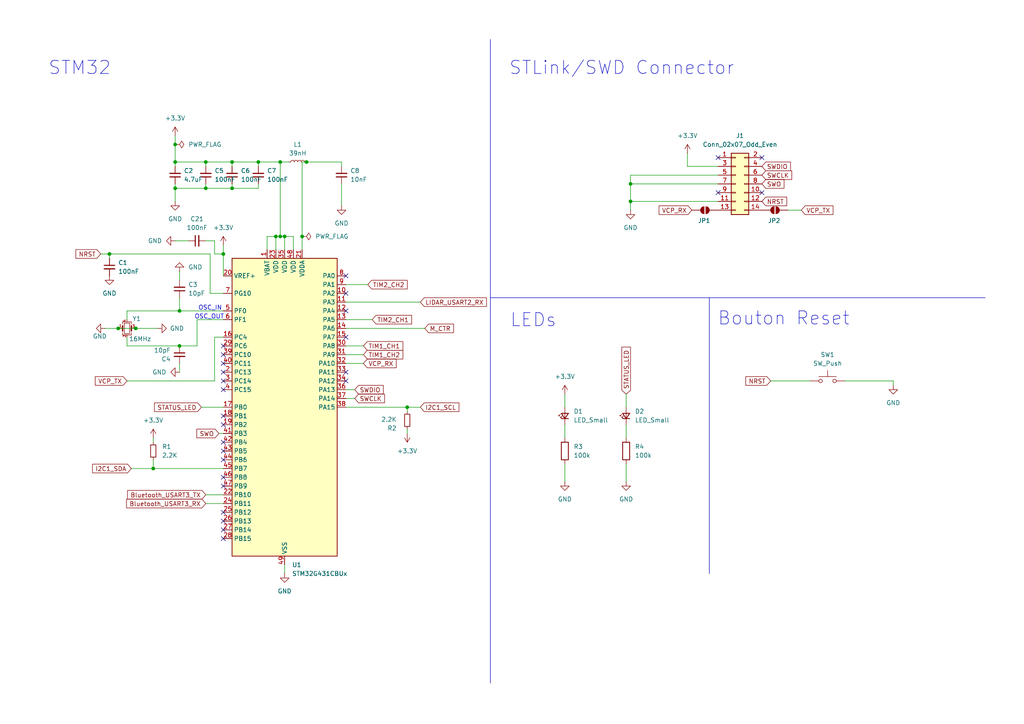
<source format=kicad_sch>
(kicad_sch (version 20250114) (generator "eeschema") (generator_version "9.0")
  (paper "A4")
  (lib_symbols
    (symbol "Connector_Generic:Conn_02x07_Odd_Even" (pin_names (offset 1.016) (hide yes))
      (property "Reference" "J" (at 1.27 10.16 0))
      (property "Value" "Conn_02x07_Odd_Even" (at 1.27 -10.16 0))
      (symbol "Conn_02x07_Odd_Even_1_1"
        (rectangle (start -1.27 8.89) (end 3.81 -8.89) (stroke (width 0.254)) (fill (type background)))
        (rectangle (start -1.27 7.747) (end 0 7.493) (stroke (width 0.1524)))
        (rectangle (start -1.27 5.207) (end 0 4.953) (stroke (width 0.1524)))
        (rectangle (start -1.27 2.667) (end 0 2.413) (stroke (width 0.1524)))
        (rectangle (start -1.27 0.127) (end 0 -0.127) (stroke (width 0.1524)))
        (rectangle (start -1.27 -2.413) (end 0 -2.667) (stroke (width 0.1524)))
        (rectangle (start -1.27 -4.953) (end 0 -5.207) (stroke (width 0.1524)))
        (rectangle (start -1.27 -7.493) (end 0 -7.747) (stroke (width 0.1524)))
        (rectangle (start 3.81 7.747) (end 2.54 7.493) (stroke (width 0.1524)))
        (rectangle (start 3.81 5.207) (end 2.54 4.953) (stroke (width 0.1524)))
        (rectangle (start 3.81 2.667) (end 2.54 2.413) (stroke (width 0.1524)))
        (rectangle (start 3.81 0.127) (end 2.54 -0.127) (stroke (width 0.1524)))
        (rectangle (start 3.81 -2.413) (end 2.54 -2.667) (stroke (width 0.1524)))
        (rectangle (start 3.81 -4.953) (end 2.54 -5.207) (stroke (width 0.1524)))
        (rectangle (start 3.81 -7.493) (end 2.54 -7.747) (stroke (width 0.1524)))
        (pin passive line (at -5.08 7.62 0) (length 3.81) (name "Pin_1") (number "1"))
        (pin passive line (at -5.08 5.08 0) (length 3.81) (name "Pin_3") (number "3"))
        (pin passive line (at -5.08 2.54 0) (length 3.81) (name "Pin_5") (number "5"))
        (pin passive line (at -5.08 0 0) (length 3.81) (name "Pin_7") (number "7"))
        (pin passive line (at -5.08 -2.54 0) (length 3.81) (name "Pin_9") (number "9"))
        (pin passive line (at -5.08 -5.08 0) (length 3.81) (name "Pin_11") (number "11"))
        (pin passive line (at -5.08 -7.62 0) (length 3.81) (name "Pin_13") (number "13"))
        (pin passive line (at 7.62 7.62 180) (length 3.81) (name "Pin_2") (number "2"))
        (pin passive line (at 7.62 5.08 180) (length 3.81) (name "Pin_4") (number "4"))
        (pin passive line (at 7.62 2.54 180) (length 3.81) (name "Pin_6") (number "6"))
        (pin passive line (at 7.62 0 180) (length 3.81) (name "Pin_8") (number "8"))
        (pin passive line (at 7.62 -2.54 180) (length 3.81) (name "Pin_10") (number "10"))
        (pin passive line (at 7.62 -5.08 180) (length 3.81) (name "Pin_12") (number "12"))
        (pin passive line (at 7.62 -7.62 180) (length 3.81) (name "Pin_14") (number "14"))
      )
    )
    (symbol "Device:C_Small" (pin_numbers (hide yes)) (pin_names (offset 0.254) (hide yes))
      (property "Reference" "C" (at 0.254 1.778 0))
      (property "Value" "C_Small" (at 0.254 -2.032 0))
      (symbol "C_Small_0_1"
        (polyline (pts (xy -1.524 0.508) (xy 1.524 0.508)) (stroke (width 0.3048)))
        (polyline (pts (xy -1.524 -0.508) (xy 1.524 -0.508)) (stroke (width 0.3302)))
      )
      (symbol "C_Small_1_1"
        (pin passive line (at 0 2.54 270) (length 2.032) (name "~") (number "1"))
        (pin passive line (at 0 -2.54 90) (length 2.032) (name "~") (number "2"))
      )
    )
    (symbol "Device:Crystal_GND24_Small" (pin_names (offset 1.016) (hide yes))
      (property "Reference" "Y" (at 1.27 4.445 0))
      (property "Value" "Crystal_GND24_Small" (at 1.27 2.54 0))
      (symbol "Crystal_GND24_Small_0_1"
        (polyline (pts (xy -1.27 1.27) (xy -1.27 1.905) (xy 1.27 1.905) (xy 1.27 1.27)))
        (polyline (pts (xy -1.27 -0.762) (xy -1.27 0.762)) (stroke (width 0.381)))
        (polyline (pts (xy -1.27 -1.27) (xy -1.27 -1.905) (xy 1.27 -1.905) (xy 1.27 -1.27)))
        (rectangle (start -0.762 -1.524) (end 0.762 1.524))
        (polyline (pts (xy 1.27 -0.762) (xy 1.27 0.762)) (stroke (width 0.381)))
      )
      (symbol "Crystal_GND24_Small_1_1"
        (pin passive line (at -2.54 0 0) (length 1.27) (name "1") (number "1"))
        (pin passive line (at 0 2.54 270) (length 0.635) (name "4") (number "4"))
        (pin passive line (at 0 -2.54 90) (length 0.635) (name "2") (number "2"))
        (pin passive line (at 2.54 0 180) (length 1.27) (name "3") (number "3"))
      )
    )
    (symbol "Device:LED_Small" (pin_numbers (hide yes)) (pin_names (offset 0.254) (hide yes))
      (property "Reference" "D" (at -1.27 3.175 0))
      (property "Value" "LED_Small" (at -4.445 -2.54 0))
      (symbol "LED_Small_0_1"
        (polyline (pts (xy -0.762 -1.016) (xy -0.762 1.016)) (stroke (width 0.254)))
        (polyline (pts (xy 0 0.762) (xy -0.508 1.27) (xy -0.254 1.27) (xy -0.508 1.27) (xy -0.508 1.016)))
        (polyline (pts (xy 0.508 1.27) (xy 0 1.778) (xy 0.254 1.778) (xy 0 1.778) (xy 0 1.524)))
        (polyline (pts (xy 0.762 -1.016) (xy -0.762 0) (xy 0.762 1.016) (xy 0.762 -1.016)) (stroke (width 0.254)))
        (polyline (pts (xy 1.016 0) (xy -0.762 0)))
      )
      (symbol "LED_Small_1_1"
        (pin passive line (at -2.54 0 0) (length 1.778) (name "K") (number "1"))
        (pin passive line (at 2.54 0 180) (length 1.778) (name "A") (number "2"))
      )
    )
    (symbol "Device:L_Small" (pin_numbers (hide yes)) (pin_names (offset 0.254) (hide yes))
      (property "Reference" "L" (at 0.762 1.016 0))
      (property "Value" "L_Small" (at 0.762 -1.016 0))
      (symbol "L_Small_0_1"
        (arc (start 0 2.032) (mid 0.5058 1.524) (end 0 1.016))
        (arc (start 0 1.016) (mid 0.5058 0.508) (end 0 0))
        (arc (start 0 0) (mid 0.5058 -0.508) (end 0 -1.016))
        (arc (start 0 -1.016) (mid 0.5058 -1.524) (end 0 -2.032))
      )
      (symbol "L_Small_1_1"
        (pin passive line (at 0 2.54 270) (length 0.508) (name "~") (number "1"))
        (pin passive line (at 0 -2.54 90) (length 0.508) (name "~") (number "2"))
      )
    )
    (symbol "Device:R" (pin_numbers (hide yes)) (pin_names (offset 0))
      (property "Reference" "R" (at 2.032 0 90))
      (property "Value" "R" (at 0 0 90))
      (symbol "R_0_1"
        (rectangle (start -1.016 -2.54) (end 1.016 2.54) (stroke (width 0.254)))
      )
      (symbol "R_1_1"
        (pin passive line (at 0 3.81 270) (length 1.27) (name "~") (number "1"))
        (pin passive line (at 0 -3.81 90) (length 1.27) (name "~") (number "2"))
      )
    )
    (symbol "Device:R_Small" (pin_numbers (hide yes)) (pin_names (offset 0.254) (hide yes))
      (property "Reference" "R" (at 0.762 0.508 0))
      (property "Value" "R_Small" (at 0.762 -1.016 0))
      (symbol "R_Small_0_1"
        (rectangle (start -0.762 1.778) (end 0.762 -1.778) (stroke (width 0.2032)))
      )
      (symbol "R_Small_1_1"
        (pin passive line (at 0 2.54 270) (length 0.762) (name "~") (number "1"))
        (pin passive line (at 0 -2.54 90) (length 0.762) (name "~") (number "2"))
      )
    )
    (symbol "Jumper:SolderJumper_2_Open" (pin_numbers (hide yes)) (pin_names (offset 0) (hide yes)) (in_bom no)
      (property "Reference" "JP" (at 0 2.032 0))
      (property "Value" "SolderJumper_2_Open" (at 0 -2.54 0))
      (symbol "SolderJumper_2_Open_0_1"
        (polyline (pts (xy -0.254 1.016) (xy -0.254 -1.016)))
        (arc (start -0.254 -1.016) (mid -1.2656 0) (end -0.254 1.016))
        (arc (start -0.254 -1.016) (mid -1.2656 0) (end -0.254 1.016) (fill (type outline)))
        (arc (start 0.254 1.016) (mid 1.2656 0) (end 0.254 -1.016))
        (arc (start 0.254 1.016) (mid 1.2656 0) (end 0.254 -1.016) (fill (type outline)))
        (polyline (pts (xy 0.254 1.016) (xy 0.254 -1.016)))
      )
      (symbol "SolderJumper_2_Open_1_1"
        (pin passive line (at -3.81 0 0) (length 2.54) (name "A") (number "1"))
        (pin passive line (at 3.81 0 180) (length 2.54) (name "B") (number "2"))
      )
    )
    (symbol "MCU_ST_STM32G4:STM32G431CBUx"
      (property "Reference" "U" (at -15.24 44.45 0))
      (property "Value" "STM32G431CBUx" (at 7.62 44.45 0))
      (symbol "STM32G431CBUx_0_1"
        (rectangle (start -15.24 -43.18) (end 15.24 43.18) (stroke (width 0.254)) (fill (type background)))
      )
      (symbol "STM32G431CBUx_1_1"
        (pin input line (at -17.78 38.1 0) (length 2.54) (name "VREF+") (number "20"))
        (pin bidirectional line (at -17.78 33.02 0) (length 2.54) (name "PG10") (number "7"))
        (pin bidirectional line (at -17.78 27.94 0) (length 2.54) (name "PF0") (number "5"))
        (pin bidirectional line (at -17.78 25.4 0) (length 2.54) (name "PF1") (number "6"))
        (pin bidirectional line (at -17.78 20.32 0) (length 2.54) (name "PC4") (number "16"))
        (pin bidirectional line (at -17.78 17.78 0) (length 2.54) (name "PC6") (number "29"))
        (pin bidirectional line (at -17.78 15.24 0) (length 2.54) (name "PC10") (number "39"))
        (pin bidirectional line (at -17.78 12.7 0) (length 2.54) (name "PC11") (number "40"))
        (pin bidirectional line (at -17.78 10.16 0) (length 2.54) (name "PC13") (number "2"))
        (pin bidirectional line (at -17.78 7.62 0) (length 2.54) (name "PC14") (number "3"))
        (pin bidirectional line (at -17.78 5.08 0) (length 2.54) (name "PC15") (number "4"))
        (pin bidirectional line (at -17.78 0 0) (length 2.54) (name "PB0") (number "17"))
        (pin bidirectional line (at -17.78 -2.54 0) (length 2.54) (name "PB1") (number "18"))
        (pin bidirectional line (at -17.78 -5.08 0) (length 2.54) (name "PB2") (number "19"))
        (pin bidirectional line (at -17.78 -7.62 0) (length 2.54) (name "PB3") (number "41"))
        (pin bidirectional line (at -17.78 -10.16 0) (length 2.54) (name "PB4") (number "42"))
        (pin bidirectional line (at -17.78 -12.7 0) (length 2.54) (name "PB5") (number "43"))
        (pin bidirectional line (at -17.78 -15.24 0) (length 2.54) (name "PB6") (number "44"))
        (pin bidirectional line (at -17.78 -17.78 0) (length 2.54) (name "PB7") (number "45"))
        (pin bidirectional line (at -17.78 -20.32 0) (length 2.54) (name "PB8") (number "46"))
        (pin bidirectional line (at -17.78 -22.86 0) (length 2.54) (name "PB9") (number "47"))
        (pin bidirectional line (at -17.78 -25.4 0) (length 2.54) (name "PB10") (number "22"))
        (pin bidirectional line (at -17.78 -27.94 0) (length 2.54) (name "PB11") (number "24"))
        (pin bidirectional line (at -17.78 -30.48 0) (length 2.54) (name "PB12") (number "25"))
        (pin bidirectional line (at -17.78 -33.02 0) (length 2.54) (name "PB13") (number "26"))
        (pin bidirectional line (at -17.78 -35.56 0) (length 2.54) (name "PB14") (number "27"))
        (pin bidirectional line (at -17.78 -38.1 0) (length 2.54) (name "PB15") (number "28"))
        (pin power_in line (at -5.08 45.72 270) (length 2.54) (name "VBAT") (number "1"))
        (pin power_in line (at -2.54 45.72 270) (length 2.54) (name "VDD") (number "23"))
        (pin power_in line (at 0 45.72 270) (length 2.54) (name "VDD") (number "35"))
        (pin power_in line (at 0 -45.72 90) (length 2.54) (name "VSS") (number "49"))
        (pin power_in line (at 2.54 45.72 270) (length 2.54) (name "VDD") (number "48"))
        (pin power_in line (at 5.08 45.72 270) (length 2.54) (name "VDDA") (number "21"))
        (pin bidirectional line (at 17.78 38.1 180) (length 2.54) (name "PA0") (number "8"))
        (pin bidirectional line (at 17.78 35.56 180) (length 2.54) (name "PA1") (number "9"))
        (pin bidirectional line (at 17.78 33.02 180) (length 2.54) (name "PA2") (number "10"))
        (pin bidirectional line (at 17.78 30.48 180) (length 2.54) (name "PA3") (number "11"))
        (pin bidirectional line (at 17.78 27.94 180) (length 2.54) (name "PA4") (number "12"))
        (pin bidirectional line (at 17.78 25.4 180) (length 2.54) (name "PA5") (number "13"))
        (pin bidirectional line (at 17.78 22.86 180) (length 2.54) (name "PA6") (number "14"))
        (pin bidirectional line (at 17.78 20.32 180) (length 2.54) (name "PA7") (number "15"))
        (pin bidirectional line (at 17.78 17.78 180) (length 2.54) (name "PA8") (number "30"))
        (pin bidirectional line (at 17.78 15.24 180) (length 2.54) (name "PA9") (number "31"))
        (pin bidirectional line (at 17.78 12.7 180) (length 2.54) (name "PA10") (number "32"))
        (pin bidirectional line (at 17.78 10.16 180) (length 2.54) (name "PA11") (number "33"))
        (pin bidirectional line (at 17.78 7.62 180) (length 2.54) (name "PA12") (number "34"))
        (pin bidirectional line (at 17.78 5.08 180) (length 2.54) (name "PA13") (number "36"))
        (pin bidirectional line (at 17.78 2.54 180) (length 2.54) (name "PA14") (number "37"))
        (pin bidirectional line (at 17.78 0 180) (length 2.54) (name "PA15") (number "38"))
      )
    )
    (symbol "Switch:SW_Push" (pin_numbers (hide yes)) (pin_names (offset 1.016) (hide yes))
      (property "Reference" "SW" (at 1.27 2.54 0))
      (property "Value" "SW_Push" (at 0 -1.524 0))
      (symbol "SW_Push_0_1"
        (circle (center -2.032 0) (radius 0.508))
        (polyline (pts (xy 0 1.27) (xy 0 3.048)))
        (circle (center 2.032 0) (radius 0.508))
        (polyline (pts (xy 2.54 1.27) (xy -2.54 1.27)))
        (pin passive line (at -5.08 0 0) (length 2.54) (name "1") (number "1"))
        (pin passive line (at 5.08 0 180) (length 2.54) (name "2") (number "2"))
      )
    )
    (symbol "power:+3.3V" (power) (pin_numbers (hide yes)) (pin_names (offset 0) (hide yes))
      (property "Value" "+3.3V" (at 0 3.556 0))
      (symbol "+3.3V_0_1"
        (polyline (pts (xy -0.762 1.27) (xy 0 2.54)))
        (polyline (pts (xy 0 2.54) (xy 0.762 1.27)))
        (polyline (pts (xy 0 0) (xy 0 2.54)))
      )
      (symbol "+3.3V_1_1"
        (pin power_in line (at 0 0 90) (length 0) (name "~") (number "1"))
      )
    )
    (symbol "power:GND" (power) (pin_numbers (hide yes)) (pin_names (offset 0) (hide yes))
      (property "Value" "GND" (at 0 -3.81 0))
      (symbol "GND_0_1"
        (polyline (pts (xy 0 0) (xy 0 -1.27) (xy 1.27 -1.27) (xy 0 -2.54) (xy -1.27 -1.27) (xy 0 -1.27)))
      )
      (symbol "GND_1_1"
        (pin power_in line (at 0 0 270) (length 0) (name "~") (number "1"))
      )
    )
    (symbol "power:PWR_FLAG" (power) (pin_numbers (hide yes)) (pin_names (offset 0) (hide yes))
      (property "Value" "PWR_FLAG" (at 0 3.81 0))
      (symbol "PWR_FLAG_0_0"
        (pin power_out line (at 0 0 90) (length 0) (name "~") (number "1"))
      )
      (symbol "PWR_FLAG_0_1"
        (polyline (pts (xy 0 0) (xy 0 1.27) (xy -1.016 1.905) (xy 0 2.54) (xy 1.016 1.905) (xy 0 1.27)))
      )
    )
  )
  (text "OSC_OUT" (at 60.706 91.948 0) (effects (font (size 1.27 1.27))))
  (text "STM32" (at 23.114 19.812 0) (effects (font (size 3.81 3.81))))
  (text "LEDs" (at 154.686 92.964 0) (effects (font (size 3.81 3.81))))
  (text "STLink/SWD Connector" (at 147.574 19.812 0) (effects (font (size 3.81 3.81)) (justify left)))
  (text "Bouton Reset" (at 227.33 92.456 0) (effects (font (size 3.81 3.81))))
  (text "OSC_IN" (at 60.96 89.408 0) (effects (font (size 1.27 1.27))))
  (junction (at 118.11 118.11))
  (junction (at 52.07 90.17))
  (junction (at 59.69 46.99))
  (junction (at 81.28 46.99))
  (junction (at 50.8 54.61))
  (junction (at 59.69 54.61))
  (junction (at 81.28 68.58))
  (junction (at 87.63 68.58))
  (junction (at 34.29 95.25))
  (junction (at 44.45 135.89))
  (junction (at 50.8 46.99))
  (junction (at 80.01 68.58))
  (junction (at 64.77 73.66))
  (junction (at 52.07 100.33))
  (junction (at 74.93 46.99))
  (junction (at 39.37 95.25))
  (junction (at 88.9 46.99))
  (junction (at 82.55 68.58))
  (junction (at 31.75 73.66))
  (junction (at 50.8 41.91))
  (junction (at 182.88 58.42))
  (junction (at 67.31 54.61))
  (junction (at 67.31 46.99))
  (junction (at 182.88 53.34))
  (no_connect (at 64.77 120.65))
  (no_connect (at 64.77 110.49))
  (no_connect (at 64.77 156.21))
  (no_connect (at 64.77 133.35))
  (no_connect (at 64.77 153.67))
  (no_connect (at 64.77 100.33))
  (no_connect (at 64.77 138.43))
  (no_connect (at 64.77 130.81))
  (no_connect (at 64.77 107.95))
  (no_connect (at 64.77 140.97))
  (no_connect (at 100.33 97.79))
  (no_connect (at 100.33 80.01))
  (no_connect (at 64.77 102.87))
  (no_connect (at 64.77 151.13))
  (no_connect (at 100.33 110.49))
  (no_connect (at 64.77 128.27))
  (no_connect (at 100.33 107.95))
  (no_connect (at 208.28 45.72))
  (no_connect (at 64.77 113.03))
  (no_connect (at 64.77 148.59))
  (no_connect (at 100.33 85.09))
  (no_connect (at 220.98 45.72))
  (no_connect (at 64.77 123.19))
  (no_connect (at 220.98 55.88))
  (no_connect (at 208.28 55.88))
  (no_connect (at 64.77 105.41))
  (no_connect (at 100.33 90.17))
  (wire (pts (xy 87.63 68.58) (xy 87.63 46.99)))
  (wire (pts (xy 34.29 95.25) (xy 39.37 95.25)))
  (wire (pts (xy 118.11 125.73) (xy 118.11 124.46)))
  (wire (pts (xy 59.69 53.34) (xy 59.69 54.61)))
  (wire (pts (xy 87.63 46.99) (xy 88.9 46.99)))
  (wire (pts (xy 74.93 46.99) (xy 81.28 46.99)))
  (wire (pts (xy 85.09 72.39) (xy 85.09 68.58)))
  (wire (pts (xy 100.33 113.03) (xy 102.87 113.03)))
  (wire (pts (xy 99.06 53.34) (xy 99.06 59.69)))
  (wire (pts (xy 228.6 60.96) (xy 232.41 60.96)))
  (wire (pts (xy 36.83 100.33) (xy 52.07 100.33)))
  (wire (pts (xy 199.39 44.45) (xy 199.39 48.26)))
  (wire (pts (xy 118.11 118.11) (xy 121.92 118.11)))
  (wire (pts (xy 58.42 118.11) (xy 64.77 118.11)))
  (wire (pts (xy 181.61 114.3) (xy 181.61 118.11)))
  (wire (pts (xy 82.55 68.58) (xy 82.55 72.39)))
  (wire (pts (xy 57.15 100.33) (xy 57.15 92.71)))
  (wire (pts (xy 64.77 97.79) (xy 62.23 97.79)))
  (wire (pts (xy 81.28 68.58) (xy 80.01 68.58)))
  (wire (pts (xy 259.08 110.49) (xy 259.08 111.76)))
  (wire (pts (xy 81.28 46.99) (xy 81.28 68.58)))
  (wire (pts (xy 38.1 135.89) (xy 44.45 135.89)))
  (wire (pts (xy 181.61 123.19) (xy 181.61 127)))
  (wire (pts (xy 82.55 68.58) (xy 81.28 68.58)))
  (wire (pts (xy 62.23 73.66) (xy 64.77 73.66)))
  (wire (pts (xy 182.88 53.34) (xy 182.88 50.8)))
  (wire (pts (xy 67.31 46.99) (xy 74.93 46.99)))
  (wire (pts (xy 77.47 72.39) (xy 77.47 68.58)))
  (wire (pts (xy 50.8 46.99) (xy 59.69 46.99)))
  (wire (pts (xy 163.83 134.62) (xy 163.83 139.7)))
  (wire (pts (xy 62.23 69.85) (xy 62.23 73.66)))
  (wire (pts (xy 52.07 100.33) (xy 57.15 100.33)))
  (wire (pts (xy 67.31 53.34) (xy 67.31 54.61)))
  (wire (pts (xy 100.33 118.11) (xy 118.11 118.11)))
  (wire (pts (xy 64.77 71.12) (xy 64.77 73.66)))
  (wire (pts (xy 181.61 134.62) (xy 181.61 139.7)))
  (wire (pts (xy 100.33 92.71) (xy 107.95 92.71)))
  (wire (pts (xy 199.39 48.26) (xy 208.28 48.26)))
  (wire (pts (xy 59.69 48.26) (xy 59.69 46.99)))
  (wire (pts (xy 50.8 69.85) (xy 54.61 69.85)))
  (wire (pts (xy 118.11 119.38) (xy 118.11 118.11)))
  (polyline (pts (xy 142.24 11.43) (xy 142.24 198.12)))
  (wire (pts (xy 59.69 69.85) (xy 62.23 69.85)))
  (wire (pts (xy 63.5 125.73) (xy 64.77 125.73)))
  (wire (pts (xy 80.01 68.58) (xy 80.01 72.39)))
  (wire (pts (xy 100.33 115.57) (xy 102.87 115.57)))
  (wire (pts (xy 87.63 72.39) (xy 87.63 68.58)))
  (wire (pts (xy 44.45 127) (xy 44.45 128.27)))
  (wire (pts (xy 64.77 85.09) (xy 60.96 85.09)))
  (polyline (pts (xy 205.74 86.36) (xy 205.74 166.37)))
  (wire (pts (xy 100.33 102.87) (xy 105.41 102.87)))
  (wire (pts (xy 88.9 46.99) (xy 99.06 46.99)))
  (wire (pts (xy 182.88 58.42) (xy 208.28 58.42)))
  (wire (pts (xy 182.88 58.42) (xy 182.88 53.34)))
  (wire (pts (xy 39.37 95.25) (xy 45.72 95.25)))
  (wire (pts (xy 74.93 54.61) (xy 67.31 54.61)))
  (wire (pts (xy 62.23 97.79) (xy 62.23 110.49)))
  (wire (pts (xy 36.83 90.17) (xy 52.07 90.17)))
  (wire (pts (xy 52.07 90.17) (xy 64.77 90.17)))
  (wire (pts (xy 182.88 60.96) (xy 182.88 58.42)))
  (wire (pts (xy 74.93 53.34) (xy 74.93 54.61)))
  (wire (pts (xy 82.55 163.83) (xy 82.55 166.37)))
  (wire (pts (xy 182.88 53.34) (xy 208.28 53.34)))
  (wire (pts (xy 67.31 54.61) (xy 59.69 54.61)))
  (wire (pts (xy 50.8 48.26) (xy 50.8 46.99)))
  (wire (pts (xy 44.45 133.35) (xy 44.45 135.89)))
  (wire (pts (xy 31.75 73.66) (xy 31.75 74.93)))
  (wire (pts (xy 100.33 105.41) (xy 105.41 105.41)))
  (wire (pts (xy 36.83 97.79) (xy 36.83 100.33)))
  (wire (pts (xy 50.8 54.61) (xy 50.8 58.42)))
  (wire (pts (xy 59.69 143.51) (xy 64.77 143.51)))
  (wire (pts (xy 50.8 41.91) (xy 50.8 46.99)))
  (wire (pts (xy 85.09 68.58) (xy 82.55 68.58)))
  (wire (pts (xy 163.83 123.19) (xy 163.83 127)))
  (wire (pts (xy 52.07 86.36) (xy 52.07 90.17)))
  (wire (pts (xy 36.83 110.49) (xy 62.23 110.49)))
  (wire (pts (xy 50.8 53.34) (xy 50.8 54.61)))
  (wire (pts (xy 67.31 48.26) (xy 67.31 46.99)))
  (wire (pts (xy 57.15 92.71) (xy 64.77 92.71)))
  (wire (pts (xy 52.07 107.95) (xy 52.07 105.41)))
  (wire (pts (xy 83.82 46.99) (xy 81.28 46.99)))
  (wire (pts (xy 74.93 46.99) (xy 74.93 48.26)))
  (wire (pts (xy 44.45 135.89) (xy 64.77 135.89)))
  (wire (pts (xy 100.33 100.33) (xy 105.41 100.33)))
  (wire (pts (xy 50.8 39.37) (xy 50.8 41.91)))
  (wire (pts (xy 59.69 146.05) (xy 64.77 146.05)))
  (wire (pts (xy 29.21 73.66) (xy 31.75 73.66)))
  (wire (pts (xy 182.88 50.8) (xy 208.28 50.8)))
  (wire (pts (xy 52.07 78.74) (xy 52.07 81.28)))
  (wire (pts (xy 60.96 85.09) (xy 60.96 73.66)))
  (wire (pts (xy 50.8 54.61) (xy 59.69 54.61)))
  (wire (pts (xy 163.83 114.3) (xy 163.83 118.11)))
  (wire (pts (xy 59.69 46.99) (xy 67.31 46.99)))
  (wire (pts (xy 64.77 73.66) (xy 64.77 80.01)))
  (wire (pts (xy 223.52 110.49) (xy 234.95 110.49)))
  (wire (pts (xy 100.33 87.63) (xy 121.92 87.63)))
  (wire (pts (xy 36.83 90.17) (xy 36.83 92.71)))
  (wire (pts (xy 245.11 110.49) (xy 259.08 110.49)))
  (wire (pts (xy 77.47 68.58) (xy 80.01 68.58)))
  (wire (pts (xy 31.75 73.66) (xy 60.96 73.66)))
  (wire (pts (xy 100.33 95.25) (xy 123.19 95.25)))
  (wire (pts (xy 30.48 95.25) (xy 34.29 95.25)))
  (polyline (pts (xy 142.24 86.36) (xy 285.75 86.36)))
  (wire (pts (xy 100.33 82.55) (xy 106.68 82.55)))
  (wire (pts (xy 99.06 46.99) (xy 99.06 48.26)))
  (global_label "SWO" (shape input) (at 220.98 53.34 0) (property "Intersheetrefs" "${INTERSHEET_REFS}" (effects (hide yes))))
  (global_label "STATUS_LED" (shape input) (at 58.42 118.11 180) (property "Intersheetrefs" "${INTERSHEET_REFS}" (effects (hide yes))))
  (global_label "SWDIO" (shape input) (at 102.87 113.03 0) (property "Intersheetrefs" "${INTERSHEET_REFS}" (effects (hide yes))))
  (global_label "VCP_TX" (shape input) (at 36.83 110.49 180) (property "Intersheetrefs" "${INTERSHEET_REFS}" (effects (hide yes))))
  (global_label "VCP_RX" (shape input) (at 200.66 60.96 180) (property "Intersheetrefs" "${INTERSHEET_REFS}" (effects (hide yes))))
  (global_label "STATUS_LED" (shape input) (at 181.61 114.3 90) (property "Intersheetrefs" "${INTERSHEET_REFS}" (effects (hide yes))))
  (global_label "I2C1_SDA" (shape input) (at 38.1 135.89 180) (property "Intersheetrefs" "${INTERSHEET_REFS}" (effects (hide yes))))
  (global_label "Bluetooth_USART3_RX" (shape input) (at 59.69 146.05 180) (property "Intersheetrefs" "${INTERSHEET_REFS}" (effects (hide yes))))
  (global_label "NRST" (shape input) (at 29.21 73.66 180) (property "Intersheetrefs" "${INTERSHEET_REFS}" (effects (hide yes))))
  (global_label "SWCLK" (shape input) (at 102.87 115.57 0) (property "Intersheetrefs" "${INTERSHEET_REFS}" (effects (hide yes))))
  (global_label "TIM2_CH1" (shape input) (at 107.95 92.71 0) (property "Intersheetrefs" "${INTERSHEET_REFS}" (effects (hide yes))))
  (global_label "LIDAR_USART2_RX" (shape input) (at 121.92 87.63 0) (property "Intersheetrefs" "${INTERSHEET_REFS}" (effects (hide yes))))
  (global_label "SWO" (shape input) (at 63.5 125.73 180) (property "Intersheetrefs" "${INTERSHEET_REFS}" (effects (hide yes))))
  (global_label "NRST" (shape input) (at 223.52 110.49 180) (property "Intersheetrefs" "${INTERSHEET_REFS}" (effects (hide yes))))
  (global_label "VCP_RX" (shape input) (at 105.41 105.41 0) (property "Intersheetrefs" "${INTERSHEET_REFS}" (effects (hide yes))))
  (global_label "NRST" (shape input) (at 220.98 58.42 0) (property "Intersheetrefs" "${INTERSHEET_REFS}" (effects (hide yes))))
  (global_label "SWCLK" (shape input) (at 220.98 50.8 0) (property "Intersheetrefs" "${INTERSHEET_REFS}" (effects (hide yes))))
  (global_label "TIM2_CH2" (shape input) (at 106.68 82.55 0) (property "Intersheetrefs" "${INTERSHEET_REFS}" (effects (hide yes))))
  (global_label "M_CTR" (shape input) (at 123.19 95.25 0) (property "Intersheetrefs" "${INTERSHEET_REFS}" (effects (hide yes))))
  (global_label "Bluetooth_USART3_TX" (shape input) (at 59.69 143.51 180) (property "Intersheetrefs" "${INTERSHEET_REFS}" (effects (hide yes))))
  (global_label "TIM1_CH1" (shape input) (at 105.41 100.33 0) (property "Intersheetrefs" "${INTERSHEET_REFS}" (effects (hide yes))))
  (global_label "SWDIO" (shape input) (at 220.98 48.26 0) (property "Intersheetrefs" "${INTERSHEET_REFS}" (effects (hide yes))))
  (global_label "TIM1_CH2" (shape input) (at 105.41 102.87 0) (property "Intersheetrefs" "${INTERSHEET_REFS}" (effects (hide yes))))
  (global_label "I2C1_SCL" (shape input) (at 121.92 118.11 0) (property "Intersheetrefs" "${INTERSHEET_REFS}" (effects (hide yes))))
  (global_label "VCP_TX" (shape input) (at 232.41 60.96 0) (property "Intersheetrefs" "${INTERSHEET_REFS}" (effects (hide yes))))
  (symbol (lib_id "Device:C_Small") (at 52.07 83.82 180) (unit 1)
    (property "Reference" "C3" (at 54.61 82.5435 0) (effects (justify right)))
    (property "Value" "10pF" (at 54.61 85.0835 0) (effects (justify right)))
    (property "Footprint" "Capacitor_SMD:C_0603_1608Metric" (effects (hide yes)))
    (property "Description" "Unpolarized capacitor, small symbol" (effects (hide yes)))
    (instances (project "" (path "" (reference "C3") (unit 1))) (project "microcontroleur_robot" (path "" (reference "C2") (unit 1))) (project "" (path "" (reference "C8") (unit 1))))
  )
  (symbol (lib_id "Switch:SW_Push") (at 240.03 110.49 0) (unit 1)
    (property "Reference" "SW1" (at 240.03 102.87 0))
    (property "Value" "SW_Push" (at 240.03 105.41 0))
    (property "Description" "Push button switch, generic, two pins" (effects (hide yes)))
  )
  (symbol (lib_id "power:GND") (at 30.48 95.25 270) (unit 1)
    (property "Reference" "#PWR0107" (effects (hide yes)))
    (property "Value" "GND" (at 30.988 97.536 90) (effects (justify right)))
    (property "Description" "Power symbol creates a global label with name \"GND\" , ground" (effects (hide yes)))
    (instances (project "Projet_Robot" (path "" (reference "#PWR0107") (unit 1))) (project "microcontroleur_robot" (path "" (reference "#PWR02") (unit 1))) (project "" (path "" (reference "#PWR0117") (unit 1))))
  )
  (symbol (lib_id "power:+3.3V") (at 199.39 44.45 0) (unit 1)
    (property "Reference" "#PWR0117" (effects (hide yes)))
    (property "Value" "+3.3V" (at 199.39 39.37 0))
    (property "Description" "Power symbol creates a global label with name \"+3.3V\"" (effects (hide yes)))
    (instances (project "Projet_Robot" (path "" (reference "#PWR0117") (unit 1))) (project "microcontroleur_robot" (path "" (reference "#PWR012") (unit 1))) (project "" (path "" (reference "#PWR0109") (unit 1))))
  )
  (symbol (lib_id "power:GND") (at 31.75 80.01 0) (unit 1)
    (property "Reference" "#PWR0111" (effects (hide yes)))
    (property "Value" "GND" (at 31.75 85.09 0))
    (property "Description" "Power symbol creates a global label with name \"GND\" , ground" (effects (hide yes)))
    (instances (project "Projet_Robot" (path "" (reference "#PWR0111") (unit 1))) (project "microcontroleur_robot" (path "" (reference "#PWR09") (unit 1))) (project "" (path "" (reference "#PWR0116") (unit 1))))
  )
  (symbol (lib_id "power:GND") (at 45.72 95.25 90) (unit 1)
    (property "Reference" "#PWR0112" (effects (hide yes)))
    (property "Value" "GND" (at 49.276 95.25 90) (effects (justify right)))
    (property "Description" "Power symbol creates a global label with name \"GND\" , ground" (effects (hide yes)))
    (instances (project "Projet_Robot" (path "" (reference "#PWR0112") (unit 1))) (project "microcontroleur_robot" (path "" (reference "#PWR03") (unit 1))) (project "" (path "" (reference "#PWR0113") (unit 1))))
  )
  (symbol (lib_id "power:PWR_FLAG") (at 87.63 68.58 270) (unit 1)
    (property "Reference" "#FLG04" (effects (hide yes)))
    (property "Value" "PWR_FLAG" (at 91.44 68.5799 90) (effects (justify left)))
    (property "Description" "Special symbol for telling ERC where power comes from" (effects (hide yes)))
  )
  (symbol (lib_id "power:GND") (at 50.8 69.85 270) (unit 1)
    (property "Reference" "#PWR0145" (effects (hide yes)))
    (property "Value" "GND" (at 46.99 69.8499 90) (effects (justify right)))
    (property "Description" "Power symbol creates a global label with name \"GND\" , ground" (effects (hide yes)))
  )
  (symbol (lib_id "Jumper:SolderJumper_2_Open") (at 224.79 60.96 0) (unit 1) (in_bom no)
    (property "Reference" "JP2" (at 224.536 64.008 0))
    (property "Value" "SolderJumper_2_Open" (effects (hide yes)))
    (property "Footprint" "Jumper:SolderJumper-2_P1.3mm_Open_TrianglePad1.0x1.5mm" (effects (hide yes)))
    (property "Description" "Solder Jumper, 2-pole, open" (effects (hide yes)))
    (instances (project "" (path "" (reference "JP2") (unit 1))) (project "microcontroleur_robot" (path "" (reference "JP1") (unit 1))) (project "" (path "" (reference "JP2") (unit 1))))
  )
  (symbol (lib_id "power:PWR_FLAG") (at 50.8 41.91 270) (unit 1)
    (property "Reference" "#FLG01" (effects (hide yes)))
    (property "Value" "PWR_FLAG" (at 54.61 41.9099 90) (effects (justify left)))
    (property "Description" "Special symbol for telling ERC where power comes from" (effects (hide yes)))
  )
  (symbol (lib_id "Device:C_Small") (at 52.07 102.87 0) (unit 1)
    (property "Reference" "C4" (at 49.53 104.1465 0) (effects (justify right)))
    (property "Value" "10pF" (at 49.53 101.6065 0) (effects (justify right)))
    (property "Footprint" "Capacitor_SMD:C_0603_1608Metric" (effects (hide yes)))
    (property "Description" "Unpolarized capacitor, small symbol" (effects (hide yes)))
    (instances (project "" (path "" (reference "C4") (unit 1))) (project "microcontroleur_robot" (path "" (reference "C3") (unit 1))) (project "" (path "" (reference "C9") (unit 1))))
  )
  (symbol (lib_id "power:+3.3V") (at 118.11 125.73 180) (unit 1)
    (property "Reference" "#PWR0109" (effects (hide yes)))
    (property "Value" "+3.3V" (at 118.11 130.81 0))
    (property "Description" "Power symbol creates a global label with name \"+3.3V\"" (effects (hide yes)))
    (instances (project "Projet_Robot" (path "" (reference "#PWR0109") (unit 1))) (project "microcontroleur_robot" (path "" (reference "#PWR014") (unit 1))) (project "" (path "" (reference "#PWR0104") (unit 1))))
  )
  (symbol (lib_id "Jumper:SolderJumper_2_Open") (at 204.47 60.96 0) (unit 1) (in_bom no)
    (property "Reference" "JP1" (at 204.216 64.008 0))
    (property "Value" "SolderJumper_2_Open" (effects (hide yes)))
    (property "Footprint" "Jumper:SolderJumper-2_P1.3mm_Open_TrianglePad1.0x1.5mm" (effects (hide yes)))
    (property "Description" "Solder Jumper, 2-pole, open" (effects (hide yes)))
    (instances (project "" (path "" (reference "JP1") (unit 1))) (project "microcontroleur_robot" (path "" (reference "JP2") (unit 1))) (project "" (path "" (reference "JP1") (unit 1))))
  )
  (symbol (lib_id "power:GND") (at 50.8 58.42 0) (unit 1)
    (property "Reference" "#PWR0102" (effects (hide yes)))
    (property "Value" "GND" (at 50.8 63.5 0))
    (property "Description" "Power symbol creates a global label with name \"GND\" , ground" (effects (hide yes)))
    (instances (project "Projet_Robot" (path "" (reference "#PWR0102") (unit 1))) (project "microcontroleur_robot" (path "" (reference "#PWR06") (unit 1))) (project "" (path "" (reference "#PWR0102") (unit 1))))
  )
  (symbol (lib_id "power:GND") (at 182.88 60.96 0) (unit 1)
    (property "Reference" "#PWR0116" (effects (hide yes)))
    (property "Value" "GND" (at 182.88 66.04 0))
    (property "Description" "Power symbol creates a global label with name \"GND\" , ground" (effects (hide yes)))
    (instances (project "Projet_Robot" (path "" (reference "#PWR0116") (unit 1))) (project "microcontroleur_robot" (path "" (reference "#PWR016") (unit 1))) (project "" (path "" (reference "#PWR0110") (unit 1))))
  )
  (symbol (lib_id "Device:C_Small") (at 31.75 77.47 0) (unit 1)
    (property "Reference" "C1" (at 34.29 76.2062 0) (effects (justify left)))
    (property "Value" "100nF" (at 34.29 78.7462 0) (effects (justify left)))
    (property "Footprint" "Capacitor_SMD:C_0603_1608Metric" (effects (hide yes)))
    (property "Description" "Unpolarized capacitor, small symbol" (effects (hide yes)))
    (instances (project "" (path "" (reference "C1") (unit 1))) (project "microcontroleur_robot" (path "" (reference "C9") (unit 1))) (project "" (path "" (reference "C6") (unit 1))))
  )
  (symbol (lib_id "Device:C_Small") (at 99.06 50.8 180) (unit 1)
    (property "Reference" "C8" (at 101.6 49.5235 0) (effects (justify right)))
    (property "Value" "10nF" (at 101.6 52.0635 0) (effects (justify right)))
    (property "Footprint" "Capacitor_SMD:C_0603_1608Metric" (effects (hide yes)))
    (property "Description" "Unpolarized capacitor, small symbol" (effects (hide yes)))
    (instances (project "" (path "" (reference "C8") (unit 1))) (project "microcontroleur_robot" (path "" (reference "C8") (unit 1))) (project "" (path "" (reference "C13") (unit 1))))
  )
  (symbol (lib_id "Device:C_Small") (at 67.31 50.8 180) (unit 1)
    (property "Reference" "C6" (at 69.85 49.5235 0) (effects (justify right)))
    (property "Value" "100nF" (at 69.85 52.0635 0) (effects (justify right)))
    (property "Footprint" "Capacitor_SMD:C_0603_1608Metric" (effects (hide yes)))
    (property "Description" "Unpolarized capacitor, small symbol" (effects (hide yes)))
    (instances (project "" (path "" (reference "C6") (unit 1))) (project "microcontroleur_robot" (path "" (reference "C6") (unit 1))) (project "" (path "" (reference "C11") (unit 1))))
  )
  (symbol (lib_id "power:GND") (at 259.08 111.76 0) (unit 1)
    (property "Reference" "#PWR0114" (effects (hide yes)))
    (property "Value" "GND" (at 259.08 116.84 0))
    (property "Description" "Power symbol creates a global label with name \"GND\" , ground" (effects (hide yes)))
    (instances (project "Projet_Robot" (path "" (reference "#PWR0114") (unit 1))) (project "microcontroleur_robot" (path "" (reference "#PWR023") (unit 1))) (project "" (path "" (reference "#PWR0111") (unit 1))))
  )
  (symbol (lib_id "power:GND") (at 181.61 139.7 0) (unit 1)
    (property "Reference" "#PWR0103" (effects (hide yes)))
    (property "Value" "GND" (at 181.61 144.78 0))
    (property "Description" "Power symbol creates a global label with name \"GND\" , ground" (effects (hide yes)))
    (instances (project "Projet_Robot" (path "" (reference "#PWR0103") (unit 1))) (project "microcontroleur_robot" (path "" (reference "#PWR021") (unit 1))) (project "" (path "" (reference "#PWR0108") (unit 1))))
  )
  (symbol (lib_id "power:GND") (at 52.07 107.95 270) (unit 1)
    (property "Reference" "#PWR0106" (effects (hide yes)))
    (property "Value" "GND" (at 48.26 107.9499 90) (effects (justify right)))
    (property "Description" "Power symbol creates a global label with name \"GND\" , ground" (effects (hide yes)))
    (instances (project "Projet_Robot" (path "" (reference "#PWR0106") (unit 1))) (project "microcontroleur_robot" (path "" (reference "#PWR08") (unit 1))) (project "" (path "" (reference "#PWR0114") (unit 1))))
  )
  (symbol (lib_id "power:+3.3V") (at 163.83 114.3 0) (unit 1)
    (property "Reference" "#PWR0115" (effects (hide yes)))
    (property "Value" "+3.3V" (at 163.83 109.22 0))
    (property "Description" "Power symbol creates a global label with name \"+3.3V\"" (effects (hide yes)))
    (instances (project "Projet_Robot" (path "" (reference "#PWR0115") (unit 1))) (project "microcontroleur_robot" (path "" (reference "#PWR022") (unit 1))) (project "" (path "" (reference "#PWR0112") (unit 1))))
  )
  (symbol (lib_id "MCU_ST_STM32G4:STM32G431CBUx") (at 82.55 118.11 0) (unit 1)
    (property "Reference" "U1" (at 84.6933 163.83 0) (effects (justify left)))
    (property "Value" "STM32G431CBUx" (at 84.6933 166.37 0) (effects (justify left)))
    (property "Footprint" "Package_DFN_QFN:QFN-48-1EP_7x7mm_P0.5mm_EP5.6x5.6mm" (effects (hide yes)))
    (property "Datasheet" "https://www.st.com/resource/en/datasheet/stm32g431cb.pdf" (effects (hide yes)))
    (property "Description" "STMicroelectronics Arm Cortex-M4 MCU, 128KB flash, 32KB RAM, 170 MHz, 1.71-3.6V, 42 GPIO, UFQFPN48" (effects (hide yes)))
  )
  (symbol (lib_id "Device:R_Small") (at 118.11 121.92 180) (unit 1)
    (property "Reference" "R2" (at 115.062 124.206 0) (effects (justify left)))
    (property "Value" "2.2K" (at 115.062 121.666 0) (effects (justify left)))
    (property "Footprint" "Resistor_SMD:R_0603_1608Metric" (effects (hide yes)))
    (property "Description" "Resistor, small symbol" (effects (hide yes)))
    (instances (project "" (path "" (reference "R2") (unit 1))) (project "microcontroleur_robot" (path "" (reference "R6") (unit 1))) (project "" (path "" (reference "R5") (unit 1))))
  )
  (symbol (lib_id "Connector_Generic:Conn_02x07_Odd_Even") (at 213.36 53.34 0) (unit 1)
    (property "Reference" "J1" (at 214.63 39.37 0))
    (property "Value" "Conn_02x07_Odd_Even" (at 214.63 41.91 0))
    (property "Footprint" "Connector_PinHeader_1.27mm:PinHeader_2x07_P1.27mm_Vertical_SMD" (effects (hide yes)))
    (property "Description" "Generic connector, double row, 02x07, odd/even pin numbering scheme (row 1 odd numbers, row 2 even numbers), script generated (kicad-library-utils/schlib/autogen/connector/)" (effects (hide yes)))
    (instances (project "" (path "" (reference "J1") (unit 1))) (project "microcontroleur_robot" (path "" (reference "J2") (unit 1))) (project "" (path "" (reference "J7") (unit 1))))
  )
  (symbol (lib_id "power:+3.3V") (at 44.45 127 0) (unit 1)
    (property "Reference" "#PWR0108" (effects (hide yes)))
    (property "Value" "+3.3V" (at 44.45 121.92 0))
    (property "Description" "Power symbol creates a global label with name \"+3.3V\"" (effects (hide yes)))
    (instances (project "Projet_Robot" (path "" (reference "#PWR0108") (unit 1))) (project "microcontroleur_robot" (path "" (reference "#PWR010") (unit 1))) (project "" (path "" (reference "#PWR0118") (unit 1))))
  )
  (symbol (lib_id "Device:R") (at 163.83 130.81 180) (unit 1)
    (property "Reference" "R3" (at 166.37 129.5399 0) (effects (justify right)))
    (property "Value" "100k" (at 166.37 132.0799 0) (effects (justify right)))
    (property "Footprint" "Resistor_SMD:R_0603_1608Metric" (effects (hide yes)))
    (property "Description" "Resistor" (effects (hide yes)))
    (instances (project "" (path "" (reference "R3") (unit 1))) (project "microcontroleur_robot" (path "" (reference "R4") (unit 1))) (project "" (path "" (reference "R7") (unit 1))))
  )
  (symbol (lib_id "power:+3.3V") (at 64.77 71.12 0) (unit 1)
    (property "Reference" "#PWR0144" (effects (hide yes)))
    (property "Value" "+3.3V" (at 64.77 66.04 0))
    (property "Description" "Power symbol creates a global label with name \"+3.3V\"" (effects (hide yes)))
  )
  (symbol (lib_id "power:GND") (at 52.07 78.74 180) (unit 1)
    (property "Reference" "#PWR0113" (effects (hide yes)))
    (property "Value" "GND" (at 54.61 77.4699 0) (effects (justify right)))
    (property "Description" "Power symbol creates a global label with name \"GND\" , ground" (effects (hide yes)))
    (instances (project "Projet_Robot" (path "" (reference "#PWR0113") (unit 1))) (project "" (path "" (reference "#PWR01") (unit 1))) (project "" (path "" (reference "#PWR0115") (unit 1))))
  )
  (symbol (lib_id "Device:C_Small") (at 74.93 50.8 180) (unit 1)
    (property "Reference" "C7" (at 77.47 49.5235 0) (effects (justify right)))
    (property "Value" "100nF" (at 77.47 52.0635 0) (effects (justify right)))
    (property "Footprint" "Capacitor_SMD:C_0603_1608Metric" (effects (hide yes)))
    (property "Description" "Unpolarized capacitor, small symbol" (effects (hide yes)))
    (instances (project "" (path "" (reference "C7") (unit 1))) (project "microcontroleur_robot" (path "" (reference "C10") (unit 1))) (project "" (path "" (reference "C12") (unit 1))))
  )
  (symbol (lib_id "power:GND") (at 99.06 59.69 0) (unit 1)
    (property "Reference" "#PWR0110" (effects (hide yes)))
    (property "Value" "GND" (at 99.06 64.77 0))
    (property "Description" "Power symbol creates a global label with name \"GND\" , ground" (effects (hide yes)))
    (instances (project "Projet_Robot" (path "" (reference "#PWR0110") (unit 1))) (project "microcontroleur_robot" (path "" (reference "#PWR05") (unit 1))) (project "" (path "" (reference "#PWR0103") (unit 1))))
  )
  (symbol (lib_id "Device:C_Small") (at 50.8 50.8 180) (unit 1)
    (property "Reference" "C2" (at 53.34 49.5235 0) (effects (justify right)))
    (property "Value" "4.7uF" (at 53.34 52.0635 0) (effects (justify right)))
    (property "Footprint" "Capacitor_SMD:C_0603_1608Metric" (effects (hide yes)))
    (property "Description" "Unpolarized capacitor, small symbol" (effects (hide yes)))
    (instances (project "" (path "" (reference "C2") (unit 1))) (project "microcontroleur_robot" (path "" (reference "C4") (unit 1))) (project "" (path "" (reference "C7") (unit 1))))
  )
  (symbol (lib_id "Device:LED_Small") (at 181.61 120.65 90) (unit 1)
    (property "Reference" "D2" (at 184.15 119.3164 90) (effects (justify right)))
    (property "Value" "LED_Small" (at 184.15 121.8564 90) (effects (justify right)))
    (property "Footprint" "LED_SMD:LED_0201_0603Metric" (effects (hide yes)))
    (property "Description" "Light emitting diode, small symbol" (effects (hide yes)))
    (property "Sim.Pin" "1=K 2=A" (effects (hide yes)))
  )
  (symbol (lib_id "Device:Crystal_GND24_Small") (at 36.83 95.25 0) (unit 1)
    (property "Reference" "Y1" (at 39.624 92.456 0))
    (property "Value" "16MHz" (at 40.64 98.298 0))
    (property "Footprint" "Crystal:Crystal_SMD_0603-4Pin_6.0x3.5mm" (effects (hide yes)))
    (property "Description" "Four pin crystal, GND on pins 2 and 4, small symbol" (effects (hide yes)))
  )
  (symbol (lib_id "Device:L_Small") (at 86.36 46.99 90) (unit 1)
    (property "Reference" "L1" (at 86.36 41.91 90))
    (property "Value" "39nH" (at 86.36 44.45 90))
    (property "Footprint" "Inductor_SMD:L_0603_1608Metric" (effects (hide yes)))
    (property "Description" "Inductor, small symbol" (effects (hide yes)))
  )
  (symbol (lib_id "power:+3.3V") (at 50.8 39.37 0) (unit 1)
    (property "Reference" "#PWR0101" (effects (hide yes)))
    (property "Value" "+3.3V" (at 50.8 34.29 0))
    (property "Description" "Power symbol creates a global label with name \"+3.3V\"" (effects (hide yes)))
    (instances (project "Projet_Robot" (path "" (reference "#PWR0101") (unit 1))) (project "" (path "" (reference "#PWR04") (unit 1))) (project "" (path "" (reference "#PWR0101") (unit 1))))
  )
  (symbol (lib_id "Device:C_Small") (at 57.15 69.85 90) (unit 1)
    (property "Reference" "C21" (at 57.1563 63.5 90))
    (property "Value" "100nF" (at 57.1563 66.04 90))
    (property "Footprint" "Capacitor_SMD:C_0603_1608Metric" (effects (hide yes)))
    (property "Description" "Unpolarized capacitor, small symbol" (effects (hide yes)))
  )
  (symbol (lib_id "Device:R") (at 181.61 130.81 180) (unit 1)
    (property "Reference" "R4" (at 184.15 129.5399 0) (effects (justify right)))
    (property "Value" "100k" (at 184.15 132.0799 0) (effects (justify right)))
    (property "Footprint" "Resistor_SMD:R_0603_1608Metric" (effects (hide yes)))
    (property "Description" "Resistor" (effects (hide yes)))
    (instances (project "" (path "" (reference "R4") (unit 1))) (project "microcontroleur_robot" (path "" (reference "R5") (unit 1))) (project "" (path "" (reference "R8") (unit 1))))
  )
  (symbol (lib_id "Device:LED_Small") (at 163.83 120.65 90) (unit 1)
    (property "Reference" "D1" (at 166.37 119.3164 90) (effects (justify right)))
    (property "Value" "LED_Small" (at 166.37 121.8564 90) (effects (justify right)))
    (property "Footprint" "LED_SMD:LED_0201_0603Metric" (effects (hide yes)))
    (property "Description" "Light emitting diode, small symbol" (effects (hide yes)))
    (property "Sim.Pin" "1=K 2=A" (effects (hide yes)))
  )
  (symbol (lib_id "Device:C_Small") (at 59.69 50.8 180) (unit 1)
    (property "Reference" "C5" (at 62.23 49.5235 0) (effects (justify right)))
    (property "Value" "100nF" (at 62.23 52.0635 0) (effects (justify right)))
    (property "Footprint" "Capacitor_SMD:C_0603_1608Metric" (effects (hide yes)))
    (property "Description" "Unpolarized capacitor, small symbol" (effects (hide yes)))
    (instances (project "" (path "" (reference "C5") (unit 1))) (project "microcontroleur_robot" (path "" (reference "C5") (unit 1))) (project "" (path "" (reference "C10") (unit 1))))
  )
  (symbol (lib_id "power:GND") (at 82.55 166.37 0) (unit 1)
    (property "Reference" "#PWR0105" (effects (hide yes)))
    (property "Value" "GND" (at 82.55 171.45 0))
    (property "Description" "Power symbol creates a global label with name \"GND\" , ground" (effects (hide yes)))
    (instances (project "Projet_Robot" (path "" (reference "#PWR0105") (unit 1))) (project "microcontroleur_robot" (path "" (reference "#PWR07") (unit 1))) (project "" (path "" (reference "#PWR0119") (unit 1))))
  )
  (symbol (lib_id "power:GND") (at 163.83 139.7 0) (unit 1)
    (property "Reference" "#PWR0104" (effects (hide yes)))
    (property "Value" "GND" (at 163.83 144.78 0))
    (property "Description" "Power symbol creates a global label with name \"GND\" , ground" (effects (hide yes)))
    (instances (project "Projet_Robot" (path "" (reference "#PWR0104") (unit 1))) (project "microcontroleur_robot" (path "" (reference "#PWR020") (unit 1))) (project "" (path "" (reference "#PWR0107") (unit 1))))
  )
  (symbol (lib_id "Device:R_Small") (at 44.45 130.81 0) (unit 1)
    (property "Reference" "R1" (at 46.99 129.5399 0) (effects (justify left)))
    (property "Value" "2.2K" (at 46.99 132.0799 0) (effects (justify left)))
    (property "Footprint" "Resistor_SMD:R_0603_1608Metric" (effects (hide yes)))
    (property "Description" "Resistor, small symbol" (effects (hide yes)))
    (instances (project "" (path "" (reference "R1") (unit 1))) (project "" (path "" (reference "R1") (unit 1))) (project "" (path "" (reference "R3") (unit 1))))
  )
)
</source>
